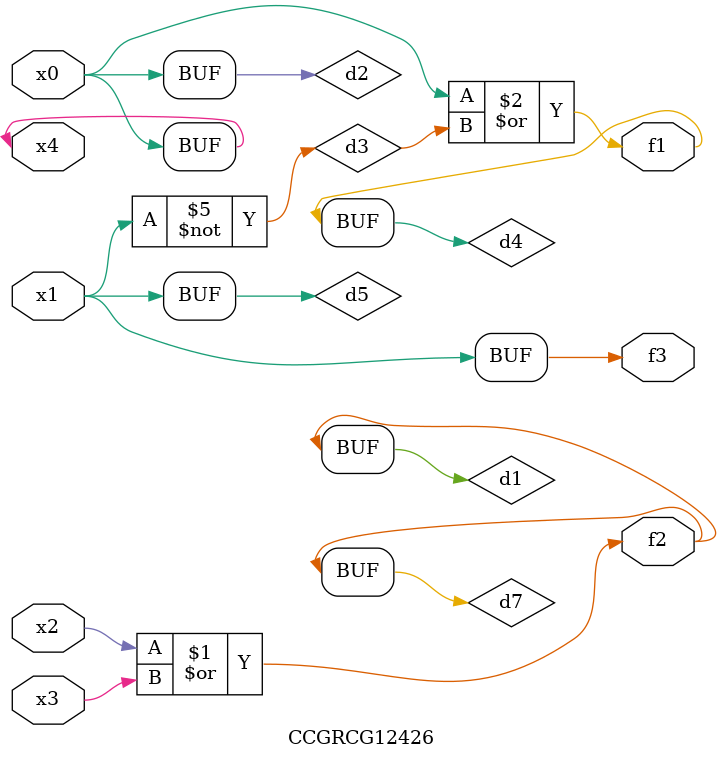
<source format=v>
module CCGRCG12426(
	input x0, x1, x2, x3, x4,
	output f1, f2, f3
);

	wire d1, d2, d3, d4, d5, d6, d7;

	or (d1, x2, x3);
	buf (d2, x0, x4);
	not (d3, x1);
	or (d4, d2, d3);
	not (d5, d3);
	nand (d6, d1, d3);
	or (d7, d1);
	assign f1 = d4;
	assign f2 = d7;
	assign f3 = d5;
endmodule

</source>
